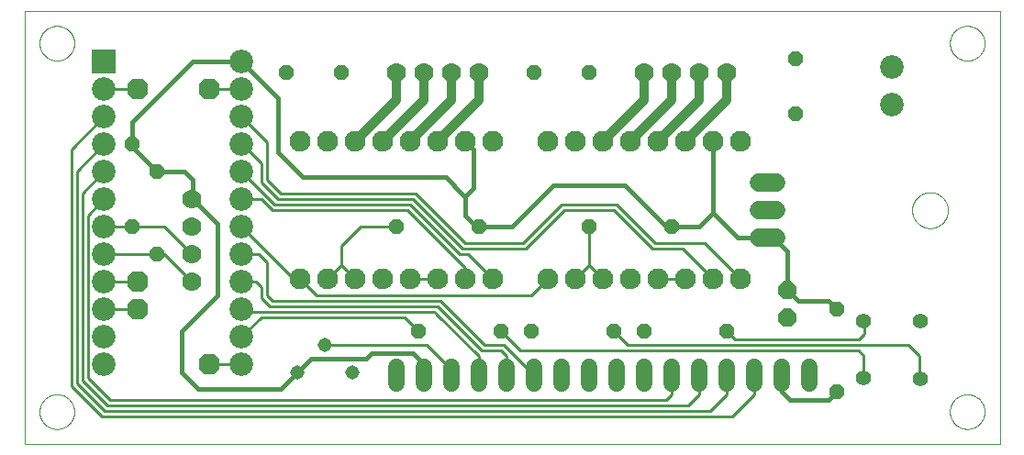
<source format=gtl>
G75*
%MOIN*%
%OFA0B0*%
%FSLAX25Y25*%
%IPPOS*%
%LPD*%
%AMOC8*
5,1,8,0,0,1.08239X$1,22.5*
%
%ADD10C,0.00000*%
%ADD11OC8,0.05200*%
%ADD12OC8,0.06600*%
%ADD13C,0.07000*%
%ADD14C,0.06600*%
%ADD15C,0.08600*%
%ADD16C,0.06000*%
%ADD17C,0.07600*%
%ADD18R,0.08600X0.08600*%
%ADD19C,0.05543*%
%ADD20C,0.05150*%
%ADD21OC8,0.07600*%
%ADD22C,0.03200*%
%ADD23C,0.01600*%
%ADD24C,0.01000*%
D10*
X0001800Y0001800D02*
X0001800Y0159280D01*
X0356131Y0159280D01*
X0356131Y0001800D01*
X0001800Y0001800D01*
X0007312Y0013611D02*
X0007314Y0013769D01*
X0007320Y0013927D01*
X0007330Y0014085D01*
X0007344Y0014243D01*
X0007362Y0014400D01*
X0007383Y0014557D01*
X0007409Y0014713D01*
X0007439Y0014869D01*
X0007472Y0015024D01*
X0007510Y0015177D01*
X0007551Y0015330D01*
X0007596Y0015482D01*
X0007645Y0015633D01*
X0007698Y0015782D01*
X0007754Y0015930D01*
X0007814Y0016076D01*
X0007878Y0016221D01*
X0007946Y0016364D01*
X0008017Y0016506D01*
X0008091Y0016646D01*
X0008169Y0016783D01*
X0008251Y0016919D01*
X0008335Y0017053D01*
X0008424Y0017184D01*
X0008515Y0017313D01*
X0008610Y0017440D01*
X0008707Y0017565D01*
X0008808Y0017687D01*
X0008912Y0017806D01*
X0009019Y0017923D01*
X0009129Y0018037D01*
X0009242Y0018148D01*
X0009357Y0018257D01*
X0009475Y0018362D01*
X0009596Y0018464D01*
X0009719Y0018564D01*
X0009845Y0018660D01*
X0009973Y0018753D01*
X0010103Y0018843D01*
X0010236Y0018929D01*
X0010371Y0019013D01*
X0010507Y0019092D01*
X0010646Y0019169D01*
X0010787Y0019241D01*
X0010929Y0019311D01*
X0011073Y0019376D01*
X0011219Y0019438D01*
X0011366Y0019496D01*
X0011515Y0019551D01*
X0011665Y0019602D01*
X0011816Y0019649D01*
X0011968Y0019692D01*
X0012121Y0019731D01*
X0012276Y0019767D01*
X0012431Y0019798D01*
X0012587Y0019826D01*
X0012743Y0019850D01*
X0012900Y0019870D01*
X0013058Y0019886D01*
X0013215Y0019898D01*
X0013374Y0019906D01*
X0013532Y0019910D01*
X0013690Y0019910D01*
X0013848Y0019906D01*
X0014007Y0019898D01*
X0014164Y0019886D01*
X0014322Y0019870D01*
X0014479Y0019850D01*
X0014635Y0019826D01*
X0014791Y0019798D01*
X0014946Y0019767D01*
X0015101Y0019731D01*
X0015254Y0019692D01*
X0015406Y0019649D01*
X0015557Y0019602D01*
X0015707Y0019551D01*
X0015856Y0019496D01*
X0016003Y0019438D01*
X0016149Y0019376D01*
X0016293Y0019311D01*
X0016435Y0019241D01*
X0016576Y0019169D01*
X0016715Y0019092D01*
X0016851Y0019013D01*
X0016986Y0018929D01*
X0017119Y0018843D01*
X0017249Y0018753D01*
X0017377Y0018660D01*
X0017503Y0018564D01*
X0017626Y0018464D01*
X0017747Y0018362D01*
X0017865Y0018257D01*
X0017980Y0018148D01*
X0018093Y0018037D01*
X0018203Y0017923D01*
X0018310Y0017806D01*
X0018414Y0017687D01*
X0018515Y0017565D01*
X0018612Y0017440D01*
X0018707Y0017313D01*
X0018798Y0017184D01*
X0018887Y0017053D01*
X0018971Y0016919D01*
X0019053Y0016783D01*
X0019131Y0016646D01*
X0019205Y0016506D01*
X0019276Y0016364D01*
X0019344Y0016221D01*
X0019408Y0016076D01*
X0019468Y0015930D01*
X0019524Y0015782D01*
X0019577Y0015633D01*
X0019626Y0015482D01*
X0019671Y0015330D01*
X0019712Y0015177D01*
X0019750Y0015024D01*
X0019783Y0014869D01*
X0019813Y0014713D01*
X0019839Y0014557D01*
X0019860Y0014400D01*
X0019878Y0014243D01*
X0019892Y0014085D01*
X0019902Y0013927D01*
X0019908Y0013769D01*
X0019910Y0013611D01*
X0019908Y0013453D01*
X0019902Y0013295D01*
X0019892Y0013137D01*
X0019878Y0012979D01*
X0019860Y0012822D01*
X0019839Y0012665D01*
X0019813Y0012509D01*
X0019783Y0012353D01*
X0019750Y0012198D01*
X0019712Y0012045D01*
X0019671Y0011892D01*
X0019626Y0011740D01*
X0019577Y0011589D01*
X0019524Y0011440D01*
X0019468Y0011292D01*
X0019408Y0011146D01*
X0019344Y0011001D01*
X0019276Y0010858D01*
X0019205Y0010716D01*
X0019131Y0010576D01*
X0019053Y0010439D01*
X0018971Y0010303D01*
X0018887Y0010169D01*
X0018798Y0010038D01*
X0018707Y0009909D01*
X0018612Y0009782D01*
X0018515Y0009657D01*
X0018414Y0009535D01*
X0018310Y0009416D01*
X0018203Y0009299D01*
X0018093Y0009185D01*
X0017980Y0009074D01*
X0017865Y0008965D01*
X0017747Y0008860D01*
X0017626Y0008758D01*
X0017503Y0008658D01*
X0017377Y0008562D01*
X0017249Y0008469D01*
X0017119Y0008379D01*
X0016986Y0008293D01*
X0016851Y0008209D01*
X0016715Y0008130D01*
X0016576Y0008053D01*
X0016435Y0007981D01*
X0016293Y0007911D01*
X0016149Y0007846D01*
X0016003Y0007784D01*
X0015856Y0007726D01*
X0015707Y0007671D01*
X0015557Y0007620D01*
X0015406Y0007573D01*
X0015254Y0007530D01*
X0015101Y0007491D01*
X0014946Y0007455D01*
X0014791Y0007424D01*
X0014635Y0007396D01*
X0014479Y0007372D01*
X0014322Y0007352D01*
X0014164Y0007336D01*
X0014007Y0007324D01*
X0013848Y0007316D01*
X0013690Y0007312D01*
X0013532Y0007312D01*
X0013374Y0007316D01*
X0013215Y0007324D01*
X0013058Y0007336D01*
X0012900Y0007352D01*
X0012743Y0007372D01*
X0012587Y0007396D01*
X0012431Y0007424D01*
X0012276Y0007455D01*
X0012121Y0007491D01*
X0011968Y0007530D01*
X0011816Y0007573D01*
X0011665Y0007620D01*
X0011515Y0007671D01*
X0011366Y0007726D01*
X0011219Y0007784D01*
X0011073Y0007846D01*
X0010929Y0007911D01*
X0010787Y0007981D01*
X0010646Y0008053D01*
X0010507Y0008130D01*
X0010371Y0008209D01*
X0010236Y0008293D01*
X0010103Y0008379D01*
X0009973Y0008469D01*
X0009845Y0008562D01*
X0009719Y0008658D01*
X0009596Y0008758D01*
X0009475Y0008860D01*
X0009357Y0008965D01*
X0009242Y0009074D01*
X0009129Y0009185D01*
X0009019Y0009299D01*
X0008912Y0009416D01*
X0008808Y0009535D01*
X0008707Y0009657D01*
X0008610Y0009782D01*
X0008515Y0009909D01*
X0008424Y0010038D01*
X0008335Y0010169D01*
X0008251Y0010303D01*
X0008169Y0010439D01*
X0008091Y0010576D01*
X0008017Y0010716D01*
X0007946Y0010858D01*
X0007878Y0011001D01*
X0007814Y0011146D01*
X0007754Y0011292D01*
X0007698Y0011440D01*
X0007645Y0011589D01*
X0007596Y0011740D01*
X0007551Y0011892D01*
X0007510Y0012045D01*
X0007472Y0012198D01*
X0007439Y0012353D01*
X0007409Y0012509D01*
X0007383Y0012665D01*
X0007362Y0012822D01*
X0007344Y0012979D01*
X0007330Y0013137D01*
X0007320Y0013295D01*
X0007314Y0013453D01*
X0007312Y0013611D01*
X0007312Y0147469D02*
X0007314Y0147627D01*
X0007320Y0147785D01*
X0007330Y0147943D01*
X0007344Y0148101D01*
X0007362Y0148258D01*
X0007383Y0148415D01*
X0007409Y0148571D01*
X0007439Y0148727D01*
X0007472Y0148882D01*
X0007510Y0149035D01*
X0007551Y0149188D01*
X0007596Y0149340D01*
X0007645Y0149491D01*
X0007698Y0149640D01*
X0007754Y0149788D01*
X0007814Y0149934D01*
X0007878Y0150079D01*
X0007946Y0150222D01*
X0008017Y0150364D01*
X0008091Y0150504D01*
X0008169Y0150641D01*
X0008251Y0150777D01*
X0008335Y0150911D01*
X0008424Y0151042D01*
X0008515Y0151171D01*
X0008610Y0151298D01*
X0008707Y0151423D01*
X0008808Y0151545D01*
X0008912Y0151664D01*
X0009019Y0151781D01*
X0009129Y0151895D01*
X0009242Y0152006D01*
X0009357Y0152115D01*
X0009475Y0152220D01*
X0009596Y0152322D01*
X0009719Y0152422D01*
X0009845Y0152518D01*
X0009973Y0152611D01*
X0010103Y0152701D01*
X0010236Y0152787D01*
X0010371Y0152871D01*
X0010507Y0152950D01*
X0010646Y0153027D01*
X0010787Y0153099D01*
X0010929Y0153169D01*
X0011073Y0153234D01*
X0011219Y0153296D01*
X0011366Y0153354D01*
X0011515Y0153409D01*
X0011665Y0153460D01*
X0011816Y0153507D01*
X0011968Y0153550D01*
X0012121Y0153589D01*
X0012276Y0153625D01*
X0012431Y0153656D01*
X0012587Y0153684D01*
X0012743Y0153708D01*
X0012900Y0153728D01*
X0013058Y0153744D01*
X0013215Y0153756D01*
X0013374Y0153764D01*
X0013532Y0153768D01*
X0013690Y0153768D01*
X0013848Y0153764D01*
X0014007Y0153756D01*
X0014164Y0153744D01*
X0014322Y0153728D01*
X0014479Y0153708D01*
X0014635Y0153684D01*
X0014791Y0153656D01*
X0014946Y0153625D01*
X0015101Y0153589D01*
X0015254Y0153550D01*
X0015406Y0153507D01*
X0015557Y0153460D01*
X0015707Y0153409D01*
X0015856Y0153354D01*
X0016003Y0153296D01*
X0016149Y0153234D01*
X0016293Y0153169D01*
X0016435Y0153099D01*
X0016576Y0153027D01*
X0016715Y0152950D01*
X0016851Y0152871D01*
X0016986Y0152787D01*
X0017119Y0152701D01*
X0017249Y0152611D01*
X0017377Y0152518D01*
X0017503Y0152422D01*
X0017626Y0152322D01*
X0017747Y0152220D01*
X0017865Y0152115D01*
X0017980Y0152006D01*
X0018093Y0151895D01*
X0018203Y0151781D01*
X0018310Y0151664D01*
X0018414Y0151545D01*
X0018515Y0151423D01*
X0018612Y0151298D01*
X0018707Y0151171D01*
X0018798Y0151042D01*
X0018887Y0150911D01*
X0018971Y0150777D01*
X0019053Y0150641D01*
X0019131Y0150504D01*
X0019205Y0150364D01*
X0019276Y0150222D01*
X0019344Y0150079D01*
X0019408Y0149934D01*
X0019468Y0149788D01*
X0019524Y0149640D01*
X0019577Y0149491D01*
X0019626Y0149340D01*
X0019671Y0149188D01*
X0019712Y0149035D01*
X0019750Y0148882D01*
X0019783Y0148727D01*
X0019813Y0148571D01*
X0019839Y0148415D01*
X0019860Y0148258D01*
X0019878Y0148101D01*
X0019892Y0147943D01*
X0019902Y0147785D01*
X0019908Y0147627D01*
X0019910Y0147469D01*
X0019908Y0147311D01*
X0019902Y0147153D01*
X0019892Y0146995D01*
X0019878Y0146837D01*
X0019860Y0146680D01*
X0019839Y0146523D01*
X0019813Y0146367D01*
X0019783Y0146211D01*
X0019750Y0146056D01*
X0019712Y0145903D01*
X0019671Y0145750D01*
X0019626Y0145598D01*
X0019577Y0145447D01*
X0019524Y0145298D01*
X0019468Y0145150D01*
X0019408Y0145004D01*
X0019344Y0144859D01*
X0019276Y0144716D01*
X0019205Y0144574D01*
X0019131Y0144434D01*
X0019053Y0144297D01*
X0018971Y0144161D01*
X0018887Y0144027D01*
X0018798Y0143896D01*
X0018707Y0143767D01*
X0018612Y0143640D01*
X0018515Y0143515D01*
X0018414Y0143393D01*
X0018310Y0143274D01*
X0018203Y0143157D01*
X0018093Y0143043D01*
X0017980Y0142932D01*
X0017865Y0142823D01*
X0017747Y0142718D01*
X0017626Y0142616D01*
X0017503Y0142516D01*
X0017377Y0142420D01*
X0017249Y0142327D01*
X0017119Y0142237D01*
X0016986Y0142151D01*
X0016851Y0142067D01*
X0016715Y0141988D01*
X0016576Y0141911D01*
X0016435Y0141839D01*
X0016293Y0141769D01*
X0016149Y0141704D01*
X0016003Y0141642D01*
X0015856Y0141584D01*
X0015707Y0141529D01*
X0015557Y0141478D01*
X0015406Y0141431D01*
X0015254Y0141388D01*
X0015101Y0141349D01*
X0014946Y0141313D01*
X0014791Y0141282D01*
X0014635Y0141254D01*
X0014479Y0141230D01*
X0014322Y0141210D01*
X0014164Y0141194D01*
X0014007Y0141182D01*
X0013848Y0141174D01*
X0013690Y0141170D01*
X0013532Y0141170D01*
X0013374Y0141174D01*
X0013215Y0141182D01*
X0013058Y0141194D01*
X0012900Y0141210D01*
X0012743Y0141230D01*
X0012587Y0141254D01*
X0012431Y0141282D01*
X0012276Y0141313D01*
X0012121Y0141349D01*
X0011968Y0141388D01*
X0011816Y0141431D01*
X0011665Y0141478D01*
X0011515Y0141529D01*
X0011366Y0141584D01*
X0011219Y0141642D01*
X0011073Y0141704D01*
X0010929Y0141769D01*
X0010787Y0141839D01*
X0010646Y0141911D01*
X0010507Y0141988D01*
X0010371Y0142067D01*
X0010236Y0142151D01*
X0010103Y0142237D01*
X0009973Y0142327D01*
X0009845Y0142420D01*
X0009719Y0142516D01*
X0009596Y0142616D01*
X0009475Y0142718D01*
X0009357Y0142823D01*
X0009242Y0142932D01*
X0009129Y0143043D01*
X0009019Y0143157D01*
X0008912Y0143274D01*
X0008808Y0143393D01*
X0008707Y0143515D01*
X0008610Y0143640D01*
X0008515Y0143767D01*
X0008424Y0143896D01*
X0008335Y0144027D01*
X0008251Y0144161D01*
X0008169Y0144297D01*
X0008091Y0144434D01*
X0008017Y0144574D01*
X0007946Y0144716D01*
X0007878Y0144859D01*
X0007814Y0145004D01*
X0007754Y0145150D01*
X0007698Y0145298D01*
X0007645Y0145447D01*
X0007596Y0145598D01*
X0007551Y0145750D01*
X0007510Y0145903D01*
X0007472Y0146056D01*
X0007439Y0146211D01*
X0007409Y0146367D01*
X0007383Y0146523D01*
X0007362Y0146680D01*
X0007344Y0146837D01*
X0007330Y0146995D01*
X0007320Y0147153D01*
X0007314Y0147311D01*
X0007312Y0147469D01*
X0324300Y0086800D02*
X0324302Y0086961D01*
X0324308Y0087121D01*
X0324318Y0087282D01*
X0324332Y0087442D01*
X0324350Y0087602D01*
X0324371Y0087761D01*
X0324397Y0087920D01*
X0324427Y0088078D01*
X0324460Y0088235D01*
X0324498Y0088392D01*
X0324539Y0088547D01*
X0324584Y0088701D01*
X0324633Y0088854D01*
X0324686Y0089006D01*
X0324742Y0089157D01*
X0324803Y0089306D01*
X0324866Y0089454D01*
X0324934Y0089600D01*
X0325005Y0089744D01*
X0325079Y0089886D01*
X0325157Y0090027D01*
X0325239Y0090165D01*
X0325324Y0090302D01*
X0325412Y0090436D01*
X0325504Y0090568D01*
X0325599Y0090698D01*
X0325697Y0090826D01*
X0325798Y0090951D01*
X0325902Y0091073D01*
X0326009Y0091193D01*
X0326119Y0091310D01*
X0326232Y0091425D01*
X0326348Y0091536D01*
X0326467Y0091645D01*
X0326588Y0091750D01*
X0326712Y0091853D01*
X0326838Y0091953D01*
X0326966Y0092049D01*
X0327097Y0092142D01*
X0327231Y0092232D01*
X0327366Y0092319D01*
X0327504Y0092402D01*
X0327643Y0092482D01*
X0327785Y0092558D01*
X0327928Y0092631D01*
X0328073Y0092700D01*
X0328220Y0092766D01*
X0328368Y0092828D01*
X0328518Y0092886D01*
X0328669Y0092941D01*
X0328822Y0092992D01*
X0328976Y0093039D01*
X0329131Y0093082D01*
X0329287Y0093121D01*
X0329443Y0093157D01*
X0329601Y0093188D01*
X0329759Y0093216D01*
X0329918Y0093240D01*
X0330078Y0093260D01*
X0330238Y0093276D01*
X0330398Y0093288D01*
X0330559Y0093296D01*
X0330720Y0093300D01*
X0330880Y0093300D01*
X0331041Y0093296D01*
X0331202Y0093288D01*
X0331362Y0093276D01*
X0331522Y0093260D01*
X0331682Y0093240D01*
X0331841Y0093216D01*
X0331999Y0093188D01*
X0332157Y0093157D01*
X0332313Y0093121D01*
X0332469Y0093082D01*
X0332624Y0093039D01*
X0332778Y0092992D01*
X0332931Y0092941D01*
X0333082Y0092886D01*
X0333232Y0092828D01*
X0333380Y0092766D01*
X0333527Y0092700D01*
X0333672Y0092631D01*
X0333815Y0092558D01*
X0333957Y0092482D01*
X0334096Y0092402D01*
X0334234Y0092319D01*
X0334369Y0092232D01*
X0334503Y0092142D01*
X0334634Y0092049D01*
X0334762Y0091953D01*
X0334888Y0091853D01*
X0335012Y0091750D01*
X0335133Y0091645D01*
X0335252Y0091536D01*
X0335368Y0091425D01*
X0335481Y0091310D01*
X0335591Y0091193D01*
X0335698Y0091073D01*
X0335802Y0090951D01*
X0335903Y0090826D01*
X0336001Y0090698D01*
X0336096Y0090568D01*
X0336188Y0090436D01*
X0336276Y0090302D01*
X0336361Y0090165D01*
X0336443Y0090027D01*
X0336521Y0089886D01*
X0336595Y0089744D01*
X0336666Y0089600D01*
X0336734Y0089454D01*
X0336797Y0089306D01*
X0336858Y0089157D01*
X0336914Y0089006D01*
X0336967Y0088854D01*
X0337016Y0088701D01*
X0337061Y0088547D01*
X0337102Y0088392D01*
X0337140Y0088235D01*
X0337173Y0088078D01*
X0337203Y0087920D01*
X0337229Y0087761D01*
X0337250Y0087602D01*
X0337268Y0087442D01*
X0337282Y0087282D01*
X0337292Y0087121D01*
X0337298Y0086961D01*
X0337300Y0086800D01*
X0337298Y0086639D01*
X0337292Y0086479D01*
X0337282Y0086318D01*
X0337268Y0086158D01*
X0337250Y0085998D01*
X0337229Y0085839D01*
X0337203Y0085680D01*
X0337173Y0085522D01*
X0337140Y0085365D01*
X0337102Y0085208D01*
X0337061Y0085053D01*
X0337016Y0084899D01*
X0336967Y0084746D01*
X0336914Y0084594D01*
X0336858Y0084443D01*
X0336797Y0084294D01*
X0336734Y0084146D01*
X0336666Y0084000D01*
X0336595Y0083856D01*
X0336521Y0083714D01*
X0336443Y0083573D01*
X0336361Y0083435D01*
X0336276Y0083298D01*
X0336188Y0083164D01*
X0336096Y0083032D01*
X0336001Y0082902D01*
X0335903Y0082774D01*
X0335802Y0082649D01*
X0335698Y0082527D01*
X0335591Y0082407D01*
X0335481Y0082290D01*
X0335368Y0082175D01*
X0335252Y0082064D01*
X0335133Y0081955D01*
X0335012Y0081850D01*
X0334888Y0081747D01*
X0334762Y0081647D01*
X0334634Y0081551D01*
X0334503Y0081458D01*
X0334369Y0081368D01*
X0334234Y0081281D01*
X0334096Y0081198D01*
X0333957Y0081118D01*
X0333815Y0081042D01*
X0333672Y0080969D01*
X0333527Y0080900D01*
X0333380Y0080834D01*
X0333232Y0080772D01*
X0333082Y0080714D01*
X0332931Y0080659D01*
X0332778Y0080608D01*
X0332624Y0080561D01*
X0332469Y0080518D01*
X0332313Y0080479D01*
X0332157Y0080443D01*
X0331999Y0080412D01*
X0331841Y0080384D01*
X0331682Y0080360D01*
X0331522Y0080340D01*
X0331362Y0080324D01*
X0331202Y0080312D01*
X0331041Y0080304D01*
X0330880Y0080300D01*
X0330720Y0080300D01*
X0330559Y0080304D01*
X0330398Y0080312D01*
X0330238Y0080324D01*
X0330078Y0080340D01*
X0329918Y0080360D01*
X0329759Y0080384D01*
X0329601Y0080412D01*
X0329443Y0080443D01*
X0329287Y0080479D01*
X0329131Y0080518D01*
X0328976Y0080561D01*
X0328822Y0080608D01*
X0328669Y0080659D01*
X0328518Y0080714D01*
X0328368Y0080772D01*
X0328220Y0080834D01*
X0328073Y0080900D01*
X0327928Y0080969D01*
X0327785Y0081042D01*
X0327643Y0081118D01*
X0327504Y0081198D01*
X0327366Y0081281D01*
X0327231Y0081368D01*
X0327097Y0081458D01*
X0326966Y0081551D01*
X0326838Y0081647D01*
X0326712Y0081747D01*
X0326588Y0081850D01*
X0326467Y0081955D01*
X0326348Y0082064D01*
X0326232Y0082175D01*
X0326119Y0082290D01*
X0326009Y0082407D01*
X0325902Y0082527D01*
X0325798Y0082649D01*
X0325697Y0082774D01*
X0325599Y0082902D01*
X0325504Y0083032D01*
X0325412Y0083164D01*
X0325324Y0083298D01*
X0325239Y0083435D01*
X0325157Y0083573D01*
X0325079Y0083714D01*
X0325005Y0083856D01*
X0324934Y0084000D01*
X0324866Y0084146D01*
X0324803Y0084294D01*
X0324742Y0084443D01*
X0324686Y0084594D01*
X0324633Y0084746D01*
X0324584Y0084899D01*
X0324539Y0085053D01*
X0324498Y0085208D01*
X0324460Y0085365D01*
X0324427Y0085522D01*
X0324397Y0085680D01*
X0324371Y0085839D01*
X0324350Y0085998D01*
X0324332Y0086158D01*
X0324318Y0086318D01*
X0324308Y0086479D01*
X0324302Y0086639D01*
X0324300Y0086800D01*
X0338021Y0147469D02*
X0338023Y0147627D01*
X0338029Y0147785D01*
X0338039Y0147943D01*
X0338053Y0148101D01*
X0338071Y0148258D01*
X0338092Y0148415D01*
X0338118Y0148571D01*
X0338148Y0148727D01*
X0338181Y0148882D01*
X0338219Y0149035D01*
X0338260Y0149188D01*
X0338305Y0149340D01*
X0338354Y0149491D01*
X0338407Y0149640D01*
X0338463Y0149788D01*
X0338523Y0149934D01*
X0338587Y0150079D01*
X0338655Y0150222D01*
X0338726Y0150364D01*
X0338800Y0150504D01*
X0338878Y0150641D01*
X0338960Y0150777D01*
X0339044Y0150911D01*
X0339133Y0151042D01*
X0339224Y0151171D01*
X0339319Y0151298D01*
X0339416Y0151423D01*
X0339517Y0151545D01*
X0339621Y0151664D01*
X0339728Y0151781D01*
X0339838Y0151895D01*
X0339951Y0152006D01*
X0340066Y0152115D01*
X0340184Y0152220D01*
X0340305Y0152322D01*
X0340428Y0152422D01*
X0340554Y0152518D01*
X0340682Y0152611D01*
X0340812Y0152701D01*
X0340945Y0152787D01*
X0341080Y0152871D01*
X0341216Y0152950D01*
X0341355Y0153027D01*
X0341496Y0153099D01*
X0341638Y0153169D01*
X0341782Y0153234D01*
X0341928Y0153296D01*
X0342075Y0153354D01*
X0342224Y0153409D01*
X0342374Y0153460D01*
X0342525Y0153507D01*
X0342677Y0153550D01*
X0342830Y0153589D01*
X0342985Y0153625D01*
X0343140Y0153656D01*
X0343296Y0153684D01*
X0343452Y0153708D01*
X0343609Y0153728D01*
X0343767Y0153744D01*
X0343924Y0153756D01*
X0344083Y0153764D01*
X0344241Y0153768D01*
X0344399Y0153768D01*
X0344557Y0153764D01*
X0344716Y0153756D01*
X0344873Y0153744D01*
X0345031Y0153728D01*
X0345188Y0153708D01*
X0345344Y0153684D01*
X0345500Y0153656D01*
X0345655Y0153625D01*
X0345810Y0153589D01*
X0345963Y0153550D01*
X0346115Y0153507D01*
X0346266Y0153460D01*
X0346416Y0153409D01*
X0346565Y0153354D01*
X0346712Y0153296D01*
X0346858Y0153234D01*
X0347002Y0153169D01*
X0347144Y0153099D01*
X0347285Y0153027D01*
X0347424Y0152950D01*
X0347560Y0152871D01*
X0347695Y0152787D01*
X0347828Y0152701D01*
X0347958Y0152611D01*
X0348086Y0152518D01*
X0348212Y0152422D01*
X0348335Y0152322D01*
X0348456Y0152220D01*
X0348574Y0152115D01*
X0348689Y0152006D01*
X0348802Y0151895D01*
X0348912Y0151781D01*
X0349019Y0151664D01*
X0349123Y0151545D01*
X0349224Y0151423D01*
X0349321Y0151298D01*
X0349416Y0151171D01*
X0349507Y0151042D01*
X0349596Y0150911D01*
X0349680Y0150777D01*
X0349762Y0150641D01*
X0349840Y0150504D01*
X0349914Y0150364D01*
X0349985Y0150222D01*
X0350053Y0150079D01*
X0350117Y0149934D01*
X0350177Y0149788D01*
X0350233Y0149640D01*
X0350286Y0149491D01*
X0350335Y0149340D01*
X0350380Y0149188D01*
X0350421Y0149035D01*
X0350459Y0148882D01*
X0350492Y0148727D01*
X0350522Y0148571D01*
X0350548Y0148415D01*
X0350569Y0148258D01*
X0350587Y0148101D01*
X0350601Y0147943D01*
X0350611Y0147785D01*
X0350617Y0147627D01*
X0350619Y0147469D01*
X0350617Y0147311D01*
X0350611Y0147153D01*
X0350601Y0146995D01*
X0350587Y0146837D01*
X0350569Y0146680D01*
X0350548Y0146523D01*
X0350522Y0146367D01*
X0350492Y0146211D01*
X0350459Y0146056D01*
X0350421Y0145903D01*
X0350380Y0145750D01*
X0350335Y0145598D01*
X0350286Y0145447D01*
X0350233Y0145298D01*
X0350177Y0145150D01*
X0350117Y0145004D01*
X0350053Y0144859D01*
X0349985Y0144716D01*
X0349914Y0144574D01*
X0349840Y0144434D01*
X0349762Y0144297D01*
X0349680Y0144161D01*
X0349596Y0144027D01*
X0349507Y0143896D01*
X0349416Y0143767D01*
X0349321Y0143640D01*
X0349224Y0143515D01*
X0349123Y0143393D01*
X0349019Y0143274D01*
X0348912Y0143157D01*
X0348802Y0143043D01*
X0348689Y0142932D01*
X0348574Y0142823D01*
X0348456Y0142718D01*
X0348335Y0142616D01*
X0348212Y0142516D01*
X0348086Y0142420D01*
X0347958Y0142327D01*
X0347828Y0142237D01*
X0347695Y0142151D01*
X0347560Y0142067D01*
X0347424Y0141988D01*
X0347285Y0141911D01*
X0347144Y0141839D01*
X0347002Y0141769D01*
X0346858Y0141704D01*
X0346712Y0141642D01*
X0346565Y0141584D01*
X0346416Y0141529D01*
X0346266Y0141478D01*
X0346115Y0141431D01*
X0345963Y0141388D01*
X0345810Y0141349D01*
X0345655Y0141313D01*
X0345500Y0141282D01*
X0345344Y0141254D01*
X0345188Y0141230D01*
X0345031Y0141210D01*
X0344873Y0141194D01*
X0344716Y0141182D01*
X0344557Y0141174D01*
X0344399Y0141170D01*
X0344241Y0141170D01*
X0344083Y0141174D01*
X0343924Y0141182D01*
X0343767Y0141194D01*
X0343609Y0141210D01*
X0343452Y0141230D01*
X0343296Y0141254D01*
X0343140Y0141282D01*
X0342985Y0141313D01*
X0342830Y0141349D01*
X0342677Y0141388D01*
X0342525Y0141431D01*
X0342374Y0141478D01*
X0342224Y0141529D01*
X0342075Y0141584D01*
X0341928Y0141642D01*
X0341782Y0141704D01*
X0341638Y0141769D01*
X0341496Y0141839D01*
X0341355Y0141911D01*
X0341216Y0141988D01*
X0341080Y0142067D01*
X0340945Y0142151D01*
X0340812Y0142237D01*
X0340682Y0142327D01*
X0340554Y0142420D01*
X0340428Y0142516D01*
X0340305Y0142616D01*
X0340184Y0142718D01*
X0340066Y0142823D01*
X0339951Y0142932D01*
X0339838Y0143043D01*
X0339728Y0143157D01*
X0339621Y0143274D01*
X0339517Y0143393D01*
X0339416Y0143515D01*
X0339319Y0143640D01*
X0339224Y0143767D01*
X0339133Y0143896D01*
X0339044Y0144027D01*
X0338960Y0144161D01*
X0338878Y0144297D01*
X0338800Y0144434D01*
X0338726Y0144574D01*
X0338655Y0144716D01*
X0338587Y0144859D01*
X0338523Y0145004D01*
X0338463Y0145150D01*
X0338407Y0145298D01*
X0338354Y0145447D01*
X0338305Y0145598D01*
X0338260Y0145750D01*
X0338219Y0145903D01*
X0338181Y0146056D01*
X0338148Y0146211D01*
X0338118Y0146367D01*
X0338092Y0146523D01*
X0338071Y0146680D01*
X0338053Y0146837D01*
X0338039Y0146995D01*
X0338029Y0147153D01*
X0338023Y0147311D01*
X0338021Y0147469D01*
X0338021Y0013611D02*
X0338023Y0013769D01*
X0338029Y0013927D01*
X0338039Y0014085D01*
X0338053Y0014243D01*
X0338071Y0014400D01*
X0338092Y0014557D01*
X0338118Y0014713D01*
X0338148Y0014869D01*
X0338181Y0015024D01*
X0338219Y0015177D01*
X0338260Y0015330D01*
X0338305Y0015482D01*
X0338354Y0015633D01*
X0338407Y0015782D01*
X0338463Y0015930D01*
X0338523Y0016076D01*
X0338587Y0016221D01*
X0338655Y0016364D01*
X0338726Y0016506D01*
X0338800Y0016646D01*
X0338878Y0016783D01*
X0338960Y0016919D01*
X0339044Y0017053D01*
X0339133Y0017184D01*
X0339224Y0017313D01*
X0339319Y0017440D01*
X0339416Y0017565D01*
X0339517Y0017687D01*
X0339621Y0017806D01*
X0339728Y0017923D01*
X0339838Y0018037D01*
X0339951Y0018148D01*
X0340066Y0018257D01*
X0340184Y0018362D01*
X0340305Y0018464D01*
X0340428Y0018564D01*
X0340554Y0018660D01*
X0340682Y0018753D01*
X0340812Y0018843D01*
X0340945Y0018929D01*
X0341080Y0019013D01*
X0341216Y0019092D01*
X0341355Y0019169D01*
X0341496Y0019241D01*
X0341638Y0019311D01*
X0341782Y0019376D01*
X0341928Y0019438D01*
X0342075Y0019496D01*
X0342224Y0019551D01*
X0342374Y0019602D01*
X0342525Y0019649D01*
X0342677Y0019692D01*
X0342830Y0019731D01*
X0342985Y0019767D01*
X0343140Y0019798D01*
X0343296Y0019826D01*
X0343452Y0019850D01*
X0343609Y0019870D01*
X0343767Y0019886D01*
X0343924Y0019898D01*
X0344083Y0019906D01*
X0344241Y0019910D01*
X0344399Y0019910D01*
X0344557Y0019906D01*
X0344716Y0019898D01*
X0344873Y0019886D01*
X0345031Y0019870D01*
X0345188Y0019850D01*
X0345344Y0019826D01*
X0345500Y0019798D01*
X0345655Y0019767D01*
X0345810Y0019731D01*
X0345963Y0019692D01*
X0346115Y0019649D01*
X0346266Y0019602D01*
X0346416Y0019551D01*
X0346565Y0019496D01*
X0346712Y0019438D01*
X0346858Y0019376D01*
X0347002Y0019311D01*
X0347144Y0019241D01*
X0347285Y0019169D01*
X0347424Y0019092D01*
X0347560Y0019013D01*
X0347695Y0018929D01*
X0347828Y0018843D01*
X0347958Y0018753D01*
X0348086Y0018660D01*
X0348212Y0018564D01*
X0348335Y0018464D01*
X0348456Y0018362D01*
X0348574Y0018257D01*
X0348689Y0018148D01*
X0348802Y0018037D01*
X0348912Y0017923D01*
X0349019Y0017806D01*
X0349123Y0017687D01*
X0349224Y0017565D01*
X0349321Y0017440D01*
X0349416Y0017313D01*
X0349507Y0017184D01*
X0349596Y0017053D01*
X0349680Y0016919D01*
X0349762Y0016783D01*
X0349840Y0016646D01*
X0349914Y0016506D01*
X0349985Y0016364D01*
X0350053Y0016221D01*
X0350117Y0016076D01*
X0350177Y0015930D01*
X0350233Y0015782D01*
X0350286Y0015633D01*
X0350335Y0015482D01*
X0350380Y0015330D01*
X0350421Y0015177D01*
X0350459Y0015024D01*
X0350492Y0014869D01*
X0350522Y0014713D01*
X0350548Y0014557D01*
X0350569Y0014400D01*
X0350587Y0014243D01*
X0350601Y0014085D01*
X0350611Y0013927D01*
X0350617Y0013769D01*
X0350619Y0013611D01*
X0350617Y0013453D01*
X0350611Y0013295D01*
X0350601Y0013137D01*
X0350587Y0012979D01*
X0350569Y0012822D01*
X0350548Y0012665D01*
X0350522Y0012509D01*
X0350492Y0012353D01*
X0350459Y0012198D01*
X0350421Y0012045D01*
X0350380Y0011892D01*
X0350335Y0011740D01*
X0350286Y0011589D01*
X0350233Y0011440D01*
X0350177Y0011292D01*
X0350117Y0011146D01*
X0350053Y0011001D01*
X0349985Y0010858D01*
X0349914Y0010716D01*
X0349840Y0010576D01*
X0349762Y0010439D01*
X0349680Y0010303D01*
X0349596Y0010169D01*
X0349507Y0010038D01*
X0349416Y0009909D01*
X0349321Y0009782D01*
X0349224Y0009657D01*
X0349123Y0009535D01*
X0349019Y0009416D01*
X0348912Y0009299D01*
X0348802Y0009185D01*
X0348689Y0009074D01*
X0348574Y0008965D01*
X0348456Y0008860D01*
X0348335Y0008758D01*
X0348212Y0008658D01*
X0348086Y0008562D01*
X0347958Y0008469D01*
X0347828Y0008379D01*
X0347695Y0008293D01*
X0347560Y0008209D01*
X0347424Y0008130D01*
X0347285Y0008053D01*
X0347144Y0007981D01*
X0347002Y0007911D01*
X0346858Y0007846D01*
X0346712Y0007784D01*
X0346565Y0007726D01*
X0346416Y0007671D01*
X0346266Y0007620D01*
X0346115Y0007573D01*
X0345963Y0007530D01*
X0345810Y0007491D01*
X0345655Y0007455D01*
X0345500Y0007424D01*
X0345344Y0007396D01*
X0345188Y0007372D01*
X0345031Y0007352D01*
X0344873Y0007336D01*
X0344716Y0007324D01*
X0344557Y0007316D01*
X0344399Y0007312D01*
X0344241Y0007312D01*
X0344083Y0007316D01*
X0343924Y0007324D01*
X0343767Y0007336D01*
X0343609Y0007352D01*
X0343452Y0007372D01*
X0343296Y0007396D01*
X0343140Y0007424D01*
X0342985Y0007455D01*
X0342830Y0007491D01*
X0342677Y0007530D01*
X0342525Y0007573D01*
X0342374Y0007620D01*
X0342224Y0007671D01*
X0342075Y0007726D01*
X0341928Y0007784D01*
X0341782Y0007846D01*
X0341638Y0007911D01*
X0341496Y0007981D01*
X0341355Y0008053D01*
X0341216Y0008130D01*
X0341080Y0008209D01*
X0340945Y0008293D01*
X0340812Y0008379D01*
X0340682Y0008469D01*
X0340554Y0008562D01*
X0340428Y0008658D01*
X0340305Y0008758D01*
X0340184Y0008860D01*
X0340066Y0008965D01*
X0339951Y0009074D01*
X0339838Y0009185D01*
X0339728Y0009299D01*
X0339621Y0009416D01*
X0339517Y0009535D01*
X0339416Y0009657D01*
X0339319Y0009782D01*
X0339224Y0009909D01*
X0339133Y0010038D01*
X0339044Y0010169D01*
X0338960Y0010303D01*
X0338878Y0010439D01*
X0338800Y0010576D01*
X0338726Y0010716D01*
X0338655Y0010858D01*
X0338587Y0011001D01*
X0338523Y0011146D01*
X0338463Y0011292D01*
X0338407Y0011440D01*
X0338354Y0011589D01*
X0338305Y0011740D01*
X0338260Y0011892D01*
X0338219Y0012045D01*
X0338181Y0012198D01*
X0338148Y0012353D01*
X0338118Y0012509D01*
X0338092Y0012665D01*
X0338071Y0012822D01*
X0338053Y0012979D01*
X0338039Y0013137D01*
X0338029Y0013295D01*
X0338023Y0013453D01*
X0338021Y0013611D01*
D11*
X0296800Y0020800D03*
X0256800Y0042800D03*
X0226800Y0042800D03*
X0215800Y0042800D03*
X0185800Y0042800D03*
X0174800Y0042800D03*
X0144800Y0042800D03*
X0136800Y0080800D03*
X0166800Y0080800D03*
X0206800Y0080800D03*
X0236800Y0080800D03*
X0296800Y0050800D03*
X0281800Y0121800D03*
X0281800Y0141800D03*
X0206800Y0136800D03*
X0186800Y0136800D03*
X0116800Y0136800D03*
X0096800Y0136800D03*
X0040800Y0110800D03*
X0049800Y0100800D03*
X0040800Y0080800D03*
X0049800Y0070800D03*
D12*
X0278800Y0057800D03*
X0278800Y0047800D03*
D13*
X0256800Y0136800D03*
X0246800Y0136800D03*
X0236800Y0136800D03*
X0226800Y0136800D03*
X0166800Y0136800D03*
X0156800Y0136800D03*
X0146800Y0136800D03*
X0136800Y0136800D03*
X0062737Y0090737D03*
X0062737Y0080737D03*
X0062737Y0070737D03*
X0062737Y0060737D03*
D14*
X0268500Y0076800D02*
X0275100Y0076800D01*
X0275100Y0086800D02*
X0268500Y0086800D01*
X0268500Y0096800D02*
X0275100Y0096800D01*
D15*
X0316800Y0125107D03*
X0316800Y0138887D03*
X0080737Y0140737D03*
X0080737Y0130737D03*
X0080737Y0120737D03*
X0080737Y0110737D03*
X0080737Y0100737D03*
X0080737Y0090737D03*
X0080737Y0080737D03*
X0080737Y0070737D03*
X0080737Y0060737D03*
X0080737Y0050737D03*
X0080737Y0040737D03*
X0080737Y0030737D03*
X0030737Y0030737D03*
X0030737Y0040737D03*
X0030737Y0050737D03*
X0030737Y0060737D03*
X0030737Y0070737D03*
X0030737Y0080737D03*
X0030737Y0090737D03*
X0030737Y0100737D03*
X0030737Y0110737D03*
X0030737Y0120737D03*
X0030737Y0130737D03*
D16*
X0136800Y0029800D02*
X0136800Y0023800D01*
X0146800Y0023800D02*
X0146800Y0029800D01*
X0156800Y0029800D02*
X0156800Y0023800D01*
X0166800Y0023800D02*
X0166800Y0029800D01*
X0176800Y0029800D02*
X0176800Y0023800D01*
X0186800Y0023800D02*
X0186800Y0029800D01*
X0196800Y0029800D02*
X0196800Y0023800D01*
X0206800Y0023800D02*
X0206800Y0029800D01*
X0216800Y0029800D02*
X0216800Y0023800D01*
X0226800Y0023800D02*
X0226800Y0029800D01*
X0236800Y0029800D02*
X0236800Y0023800D01*
X0246800Y0023800D02*
X0246800Y0029800D01*
X0256800Y0029800D02*
X0256800Y0023800D01*
X0266800Y0023800D02*
X0266800Y0029800D01*
X0276800Y0029800D02*
X0276800Y0023800D01*
X0286800Y0023800D02*
X0286800Y0029800D01*
D17*
X0261800Y0061800D03*
X0251800Y0061800D03*
X0241800Y0061800D03*
X0231800Y0061800D03*
X0221800Y0061800D03*
X0211800Y0061800D03*
X0201800Y0061800D03*
X0191800Y0061800D03*
X0171800Y0061800D03*
X0161800Y0061800D03*
X0151800Y0061800D03*
X0141800Y0061800D03*
X0131800Y0061800D03*
X0121800Y0061800D03*
X0111800Y0061800D03*
X0101800Y0061800D03*
X0101800Y0111800D03*
X0111800Y0111800D03*
X0121800Y0111800D03*
X0131800Y0111800D03*
X0141800Y0111800D03*
X0151800Y0111800D03*
X0161800Y0111800D03*
X0171800Y0111800D03*
X0191800Y0111800D03*
X0201800Y0111800D03*
X0211800Y0111800D03*
X0221800Y0111800D03*
X0231800Y0111800D03*
X0241800Y0111800D03*
X0251800Y0111800D03*
X0261800Y0111800D03*
D18*
X0030737Y0140737D03*
D19*
X0306646Y0046414D03*
X0327367Y0046367D03*
X0327383Y0025666D03*
X0306662Y0025713D03*
D20*
X0120800Y0027800D03*
X0100800Y0027800D03*
X0110800Y0037800D03*
D21*
X0068800Y0030800D03*
X0042800Y0050800D03*
X0042800Y0060800D03*
X0042800Y0130800D03*
X0068800Y0130800D03*
D22*
X0121800Y0111800D02*
X0136800Y0126800D01*
X0136800Y0136800D01*
X0146800Y0136800D02*
X0146800Y0126800D01*
X0131800Y0111800D01*
X0141800Y0111800D02*
X0156800Y0126800D01*
X0156800Y0136800D01*
X0166800Y0136800D02*
X0166800Y0126800D01*
X0151800Y0111800D01*
X0211800Y0111800D02*
X0226800Y0126800D01*
X0226800Y0136800D01*
X0236800Y0136800D02*
X0236800Y0126800D01*
X0221800Y0111800D01*
X0231800Y0111800D02*
X0246800Y0126800D01*
X0246800Y0136800D01*
X0256800Y0136800D02*
X0256800Y0126800D01*
X0241800Y0111800D01*
D23*
X0251800Y0111800D02*
X0251800Y0085800D01*
X0260800Y0076800D01*
X0271800Y0076800D01*
X0273800Y0076800D01*
X0278800Y0071800D01*
X0278800Y0057800D01*
X0282800Y0053800D01*
X0293800Y0053800D01*
X0296800Y0050800D01*
X0276800Y0026800D02*
X0276800Y0020800D01*
X0279800Y0017800D01*
X0293800Y0017800D01*
X0296800Y0020800D01*
X0246800Y0080800D02*
X0236800Y0080800D01*
X0234800Y0080800D01*
X0219800Y0095800D01*
X0193800Y0095800D01*
X0178800Y0080800D01*
X0166800Y0080800D01*
X0165800Y0080800D01*
X0161800Y0084800D01*
X0161800Y0091800D01*
X0161300Y0092300D01*
X0162300Y0092300D01*
X0164800Y0094800D01*
X0164800Y0108800D01*
X0161800Y0111800D01*
X0154800Y0098800D02*
X0161300Y0092300D01*
X0154800Y0098800D02*
X0102800Y0098800D01*
X0093800Y0107800D01*
X0093800Y0127674D01*
X0080737Y0140737D01*
X0080674Y0140800D01*
X0062800Y0140800D01*
X0040800Y0118800D01*
X0040800Y0110800D01*
X0040800Y0109800D01*
X0049800Y0100800D01*
X0059800Y0100800D01*
X0062800Y0097800D01*
X0062800Y0090800D01*
X0062737Y0090737D01*
X0062863Y0090737D01*
X0071800Y0081800D01*
X0071800Y0055800D01*
X0058800Y0042800D01*
X0058800Y0027800D01*
X0064800Y0021800D01*
X0094800Y0021800D01*
X0100800Y0027800D01*
X0105800Y0032800D01*
X0125800Y0032800D01*
X0127800Y0034800D01*
X0142800Y0034800D01*
X0146800Y0030800D01*
X0146800Y0026800D01*
X0246800Y0080800D02*
X0251800Y0085800D01*
D24*
X0248800Y0074800D02*
X0230800Y0074800D01*
X0216800Y0088800D01*
X0196800Y0088800D01*
X0182800Y0074800D01*
X0161800Y0074800D01*
X0143800Y0092800D01*
X0094800Y0092800D01*
X0089800Y0097800D01*
X0089800Y0111674D01*
X0080737Y0120737D01*
X0080863Y0110737D02*
X0080737Y0110737D01*
X0080863Y0110737D02*
X0087800Y0103800D01*
X0087800Y0096800D01*
X0093800Y0090800D01*
X0142800Y0090800D01*
X0160800Y0072800D01*
X0183800Y0072800D01*
X0197800Y0086800D01*
X0215800Y0086800D01*
X0229800Y0072800D01*
X0240800Y0072800D01*
X0251800Y0061800D01*
X0241800Y0061800D02*
X0231800Y0061800D01*
X0211800Y0061800D02*
X0206800Y0066800D01*
X0201800Y0061800D01*
X0206800Y0066800D02*
X0206800Y0080800D01*
X0191800Y0061800D02*
X0185800Y0055800D01*
X0107800Y0055800D01*
X0101800Y0061800D01*
X0099674Y0061800D01*
X0080737Y0080737D01*
X0087863Y0090737D02*
X0091800Y0086800D01*
X0140800Y0086800D01*
X0161800Y0065800D01*
X0161800Y0061800D01*
X0162800Y0070800D02*
X0171800Y0061800D01*
X0162800Y0070800D02*
X0159800Y0070800D01*
X0141800Y0088800D01*
X0092674Y0088800D01*
X0080737Y0100737D01*
X0080737Y0090737D02*
X0087863Y0090737D01*
X0062737Y0070737D02*
X0052674Y0080800D01*
X0040800Y0080800D01*
X0030800Y0080800D01*
X0030737Y0080737D01*
X0024800Y0084800D02*
X0024800Y0025800D01*
X0032800Y0017800D01*
X0234800Y0017800D01*
X0236800Y0019800D01*
X0236800Y0026800D01*
X0246800Y0026800D02*
X0246800Y0019800D01*
X0242800Y0015800D01*
X0031800Y0015800D01*
X0022800Y0024800D01*
X0022800Y0092800D01*
X0030737Y0100737D01*
X0020800Y0100800D02*
X0020800Y0023800D01*
X0030800Y0013800D01*
X0250800Y0013800D01*
X0256800Y0019800D01*
X0256800Y0026800D01*
X0266800Y0026800D02*
X0266800Y0019800D01*
X0258800Y0011800D01*
X0029800Y0011800D01*
X0018800Y0022800D01*
X0018800Y0108800D01*
X0030737Y0120737D01*
X0030737Y0110737D02*
X0020800Y0100800D01*
X0030737Y0090737D02*
X0024800Y0084800D01*
X0030737Y0070737D02*
X0049737Y0070737D01*
X0049800Y0070800D01*
X0052674Y0070800D01*
X0062737Y0060737D01*
X0080737Y0060737D02*
X0085863Y0060737D01*
X0087800Y0058800D01*
X0087800Y0054800D01*
X0090800Y0051800D01*
X0151800Y0051800D01*
X0167800Y0035800D01*
X0174800Y0035800D01*
X0176800Y0033800D01*
X0176800Y0026800D01*
X0166800Y0026800D02*
X0166800Y0033800D01*
X0151300Y0049300D01*
X0150800Y0049800D01*
X0083800Y0049800D01*
X0082863Y0050737D01*
X0080737Y0050737D01*
X0087800Y0047800D02*
X0080737Y0040737D01*
X0087800Y0047800D02*
X0139800Y0047800D01*
X0144800Y0042800D01*
X0147800Y0037800D02*
X0110800Y0037800D01*
X0080737Y0030737D02*
X0080674Y0030800D01*
X0068800Y0030800D01*
X0042800Y0050800D02*
X0042737Y0050737D01*
X0030737Y0050737D01*
X0030737Y0060737D02*
X0042737Y0060737D01*
X0042800Y0060800D01*
X0080737Y0070737D02*
X0086737Y0070737D01*
X0086800Y0070800D01*
X0089800Y0067800D01*
X0089800Y0055800D01*
X0091800Y0053800D01*
X0152800Y0053800D01*
X0168800Y0037800D01*
X0175800Y0037800D01*
X0186800Y0026800D01*
X0181800Y0035800D02*
X0300800Y0035800D01*
X0302800Y0035800D01*
X0304800Y0035800D01*
X0306662Y0033938D01*
X0306662Y0025713D01*
X0326800Y0026249D02*
X0327383Y0025666D01*
X0326800Y0026249D02*
X0326800Y0033800D01*
X0322800Y0037800D01*
X0220800Y0037800D01*
X0215800Y0042800D01*
X0181800Y0035800D02*
X0174800Y0042800D01*
X0156800Y0028800D02*
X0147800Y0037800D01*
X0156800Y0028800D02*
X0156800Y0026800D01*
X0151800Y0061800D02*
X0141800Y0061800D01*
X0121800Y0061800D02*
X0116800Y0066800D01*
X0116800Y0073800D01*
X0123800Y0080800D01*
X0136800Y0080800D01*
X0116800Y0066800D02*
X0111800Y0061800D01*
X0248800Y0074800D02*
X0261800Y0061800D01*
X0256800Y0042800D02*
X0259800Y0039800D01*
X0304800Y0039800D01*
X0306800Y0041800D01*
X0306800Y0046261D01*
X0306646Y0046414D01*
X0080737Y0130737D02*
X0080674Y0130800D01*
X0068800Y0130800D01*
X0042800Y0130800D02*
X0042737Y0130737D01*
X0030737Y0130737D01*
M02*

</source>
